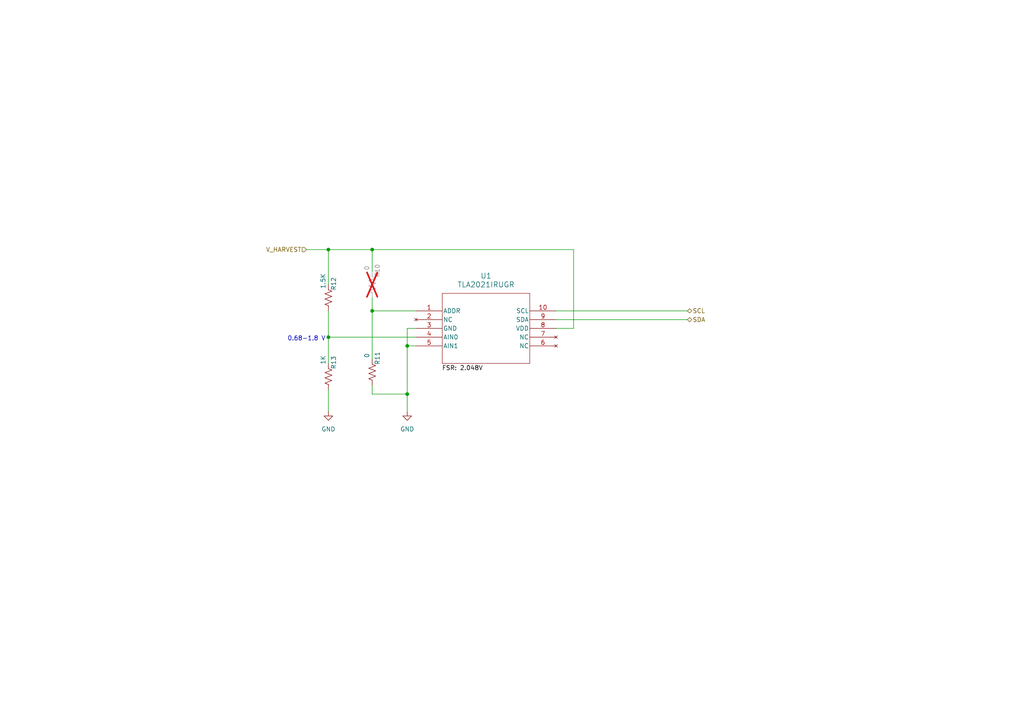
<source format=kicad_sch>
(kicad_sch (version 20231120) (generator "eeschema") (generator_version "8.0")
  (paper "A4")
  (lib_symbols
    (symbol "2024-10-26_16-26-00:TLA2021IRUGR" (pin_names (offset 0.254))
      (property "Reference" "U" (at 20.32 10.16 0))
      (property "Value" "TLA2021IRUGR" (at 20.32 7.62 0))
      (symbol "TLA2021IRUGR_0_1"
        (polyline (pts (xy 7.62 -15.24) (xy 33.02 -15.24)) (stroke (width 0.127)))
        (polyline (pts (xy 7.62 5.08) (xy 7.62 -15.24)) (stroke (width 0.127)))
        (polyline (pts (xy 33.02 -15.24) (xy 33.02 5.08)) (stroke (width 0.127)))
        (polyline (pts (xy 33.02 5.08) (xy 7.62 5.08)) (stroke (width 0.127)))
        (pin unspecified line (at 0 0 0) (length 7.62) (name "ADDR") (number "1"))
        (pin unspecified line (at 40.64 0 180) (length 7.62) (name "SCL") (number "10"))
        (pin no_connect line (at 0 -2.54 0) (length 7.62) (name "NC") (number "2"))
        (pin power_out line (at 0 -5.08 0) (length 7.62) (name "GND") (number "3"))
        (pin bidirectional line (at 0 -7.62 0) (length 7.62) (name "AIN0") (number "4"))
        (pin input line (at 0 -10.16 0) (length 7.62) (name "AIN1") (number "5"))
        (pin no_connect line (at 40.64 -10.16 180) (length 7.62) (name "NC") (number "6"))
        (pin no_connect line (at 40.64 -7.62 180) (length 7.62) (name "NC") (number "7"))
        (pin power_in line (at 40.64 -5.08 180) (length 7.62) (name "VDD") (number "8"))
        (pin unspecified line (at 40.64 -2.54 180) (length 7.62) (name "SDA") (number "9"))
      )
    )
    (symbol "Device:R_US" (pin_numbers hide) (pin_names (offset 0))
      (property "Reference" "R" (at 2.54 0 90))
      (property "Value" "R_US" (at -2.54 0 90))
      (symbol "R_US_0_1"
        (polyline (pts (xy 0 -2.286) (xy 0 -2.54)))
        (polyline (pts (xy 0 2.286) (xy 0 2.54)))
        (polyline (pts (xy 0 -0.762) (xy 1.016 -1.143) (xy 0 -1.524) (xy -1.016 -1.905) (xy 0 -2.286)))
        (polyline (pts (xy 0 0.762) (xy 1.016 0.381) (xy 0 0) (xy -1.016 -0.381) (xy 0 -0.762)))
        (polyline (pts (xy 0 2.286) (xy 1.016 1.905) (xy 0 1.524) (xy -1.016 1.143) (xy 0 0.762)))
      )
      (symbol "R_US_1_1"
        (pin passive line (at 0 3.81 270) (length 1.27) (name "~") (number "1"))
        (pin passive line (at 0 -3.81 90) (length 1.27) (name "~") (number "2"))
      )
    )
    (symbol "power:GND" (power) (pin_numbers hide) (pin_names (offset 0) hide)
      (property "Value" "GND" (at 0 -3.81 0))
      (symbol "GND_0_1"
        (polyline (pts (xy 0 0) (xy 0 -1.27) (xy 1.27 -1.27) (xy 0 -2.54) (xy -1.27 -1.27) (xy 0 -1.27)))
      )
      (symbol "GND_1_1"
        (pin power_in line (at 0 0 270) (length 0) (name "~") (number "1"))
      )
    )
  )
  (junction (at 95.25 72.39))
  (junction (at 107.95 90.17))
  (junction (at 95.25 97.79))
  (junction (at 107.95 72.39))
  (junction (at 118.11 114.3))
  (junction (at 118.11 100.33))
  (wire (pts (xy 166.37 95.25) (xy 166.37 72.39)))
  (wire (pts (xy 166.37 72.39) (xy 107.95 72.39)))
  (wire (pts (xy 161.29 92.71) (xy 199.39 92.71)))
  (wire (pts (xy 107.95 86.36) (xy 107.95 90.17)))
  (wire (pts (xy 118.11 114.3) (xy 118.11 119.38)))
  (wire (pts (xy 120.65 97.79) (xy 95.25 97.79)))
  (wire (pts (xy 118.11 100.33) (xy 120.65 100.33)))
  (wire (pts (xy 95.25 72.39) (xy 107.95 72.39)))
  (wire (pts (xy 118.11 100.33) (xy 118.11 114.3)))
  (wire (pts (xy 107.95 114.3) (xy 118.11 114.3)))
  (wire (pts (xy 95.25 97.79) (xy 95.25 105.41)))
  (wire (pts (xy 95.25 90.17) (xy 95.25 97.79)))
  (wire (pts (xy 95.25 72.39) (xy 95.25 82.55)))
  (wire (pts (xy 107.95 90.17) (xy 107.95 104.14)))
  (wire (pts (xy 120.65 95.25) (xy 118.11 95.25)))
  (wire (pts (xy 161.29 90.17) (xy 199.39 90.17)))
  (wire (pts (xy 107.95 72.39) (xy 107.95 78.74)))
  (wire (pts (xy 95.25 113.03) (xy 95.25 119.38)))
  (wire (pts (xy 161.29 95.25) (xy 166.37 95.25)))
  (wire (pts (xy 107.95 111.76) (xy 107.95 114.3)))
  (wire (pts (xy 120.65 90.17) (xy 107.95 90.17)))
  (wire (pts (xy 118.11 95.25) (xy 118.11 100.33)))
  (wire (pts (xy 88.9 72.39) (xy 95.25 72.39)))
  (text "0.68-1.8 V" (at 88.9 98.298 0) (effects (font (size 1.27 1.27))))
  (text "FSR: 2.048V \n" (at 134.62 106.934 0) (effects (font (size 1.27 1.27))))
  (hierarchical_label "SCL" (shape bidirectional) (at 199.39 90.17 0))
  (hierarchical_label "V_HARVEST" (shape input) (at 88.9 72.39 180))
  (hierarchical_label "SDA" (shape bidirectional) (at 199.39 92.71 0))
  (symbol (lib_id "Device:R_US") (at 95.25 86.36 180) (unit 1)
    (property "Reference" "R12" (at 96.774 82.296 90))
    (property "Value" "1.5K" (at 93.726 81.534 90))
    (property "Description" "Resistor, US symbol" (effects (hide yes)))
  )
  (symbol (lib_id "2024-10-26_16-26-00:TLA2021IRUGR") (at 120.65 90.17 0) (unit 1)
    (property "Reference" "U1" (at 140.97 80.01 0) (effects (font (size 1.524 1.524))))
    (property "Value" "TLA2021IRUGR" (at 140.97 82.55 0) (effects (font (size 1.524 1.524))))
    (property "Footprint" "RUG10_TEX" (effects (hide yes)))
    (property "Datasheet" "TLA2021IRUGR" (effects (hide yes)))
  )
  (symbol (lib_id "power:GND") (at 95.25 119.38 0) (unit 1)
    (property "Reference" "#PWR08" (effects (hide yes)))
    (property "Value" "GND" (at 95.25 124.46 0))
    (property "Description" "Power symbol creates a global label with name \"GND\" , ground" (effects (hide yes)))
  )
  (symbol (lib_id "Device:R_US") (at 95.25 109.22 180) (unit 1)
    (property "Reference" "R13" (at 96.774 105.156 90))
    (property "Value" "1K" (at 93.726 104.394 90))
    (property "Description" "Resistor, US symbol" (effects (hide yes)))
  )
  (symbol (lib_id "power:GND") (at 118.11 119.38 0) (unit 1)
    (property "Reference" "#PWR07" (effects (hide yes)))
    (property "Value" "GND" (at 118.11 124.46 0))
    (property "Description" "Power symbol creates a global label with name \"GND\" , ground" (effects (hide yes)))
  )
  (symbol (lib_id "Device:R_US") (at 107.95 82.55 180) (unit 1) (exclude_from_sim yes) (in_bom no) (on_board no) (dnp yes)
    (property "Reference" "R10" (at 109.474 78.486 90))
    (property "Value" "0" (at 106.426 77.724 90))
    (property "Description" "Resistor, US symbol" (effects (hide yes)))
  )
  (symbol (lib_id "Device:R_US") (at 107.95 107.95 180) (unit 1)
    (property "Reference" "R11" (at 109.474 103.886 90))
    (property "Value" "0" (at 106.426 103.124 90))
    (property "Description" "Resistor, US symbol" (effects (hide yes)))
  )
)
</source>
